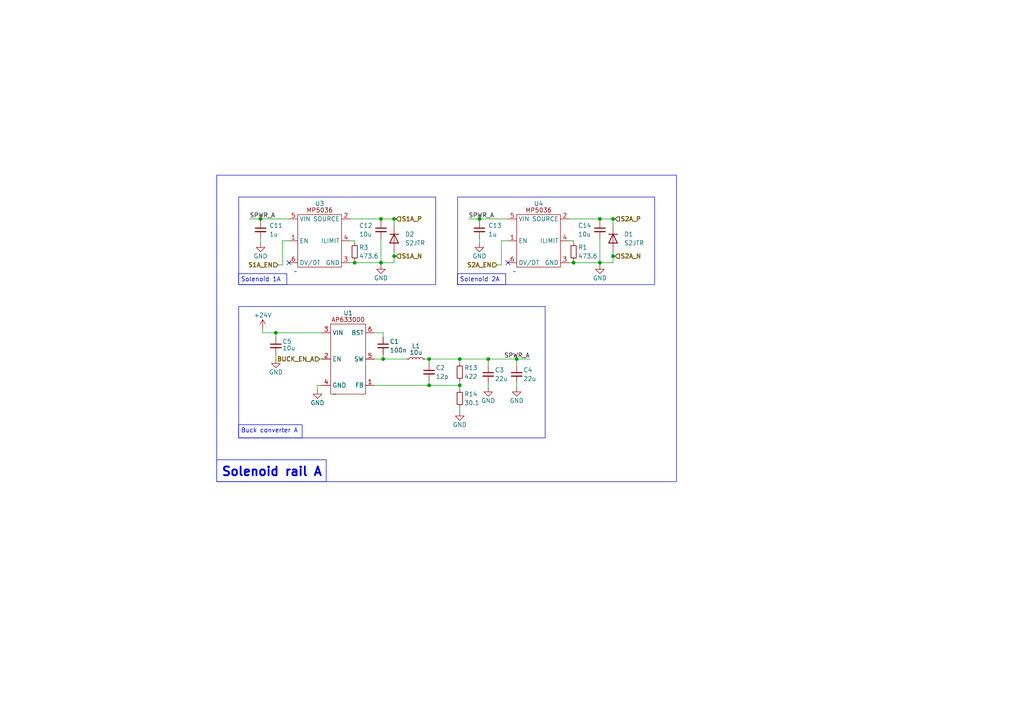
<source format=kicad_sch>
(kicad_sch (version 20230121) (generator eeschema)
  (paper "A4")
  (lib_symbols
    (symbol "Device:C_Small" (pin_numbers hide) (pin_names (offset 0.254) hide)
      (property "Reference" "C" (at 0.254 1.778 0))
      (property "Value" "C_Small" (at 0.254 -2.032 0))
      (symbol "C_Small_0_1"
        (polyline (pts (xy -1.524 -0.508) (xy 1.524 -0.508)) (stroke (width 0.3302)))
        (polyline (pts (xy -1.524 0.508) (xy 1.524 0.508)) (stroke (width 0.3048)))
      )
      (symbol "C_Small_1_1"
        (pin passive line (at 0 2.54 270) (length 2.032) (name "~") (number "1"))
        (pin passive line (at 0 -2.54 90) (length 2.032) (name "~") (number "2"))
      )
    )
    (symbol "Device:L_Small" (pin_numbers hide) (pin_names (offset 0.254) hide)
      (property "Reference" "L" (at 0.762 1.016 0))
      (property "Value" "L_Small" (at 0.762 -1.016 0))
      (symbol "L_Small_0_1"
        (arc (start 0 -2.032) (mid 0.5058 -1.524) (end 0 -1.016))
        (arc (start 0 -1.016) (mid 0.5058 -0.508) (end 0 0))
        (arc (start 0 0) (mid 0.5058 0.508) (end 0 1.016))
        (arc (start 0 1.016) (mid 0.5058 1.524) (end 0 2.032))
      )
      (symbol "L_Small_1_1"
        (pin passive line (at 0 2.54 270) (length 0.508) (name "~") (number "1"))
        (pin passive line (at 0 -2.54 90) (length 0.508) (name "~") (number "2"))
      )
    )
    (symbol "Device:R_Small" (pin_numbers hide) (pin_names (offset 0.254) hide)
      (property "Reference" "R" (at 0.762 0.508 0))
      (property "Value" "R_Small" (at 0.762 -1.016 0))
      (symbol "R_Small_0_1"
        (rectangle (start -0.762 1.778) (end 0.762 -1.778) (stroke (width 0.2032)))
      )
      (symbol "R_Small_1_1"
        (pin passive line (at 0 2.54 270) (length 0.762) (name "~") (number "1"))
        (pin passive line (at 0 -2.54 90) (length 0.762) (name "~") (number "2"))
      )
    )
    (symbol "Diode:S2JTR" (pin_numbers hide) (pin_names hide)
      (property "Reference" "D" (at 0 2.54 0))
      (property "Value" "S2JTR" (at 0 -2.54 0))
      (symbol "S2JTR_0_1"
        (polyline (pts (xy -1.27 1.27) (xy -1.27 -1.27)) (stroke (width 0.254)))
        (polyline (pts (xy 1.27 0) (xy -1.27 0)))
        (polyline (pts (xy 1.27 1.27) (xy 1.27 -1.27) (xy -1.27 0) (xy 1.27 1.27)) (stroke (width 0.254)))
      )
      (symbol "S2JTR_1_1"
        (pin passive line (at -3.81 0 0) (length 2.54) (name "K") (number "1"))
        (pin passive line (at 3.81 0 180) (length 2.54) (name "A") (number "2"))
      )
    )
    (symbol "GND_1" (power) (pin_names (offset 0))
      (property "Value" "GND_1" (at 0 -3.81 0))
      (symbol "GND_1_0_1"
        (polyline (pts (xy 0 0) (xy 0 -1.27) (xy 1.27 -1.27) (xy 0 -2.54) (xy -1.27 -1.27) (xy 0 -1.27)))
      )
      (symbol "GND_1_1_1"
        (pin power_in line (at 0 0 270) (length 0) hide (name "GND") (number "1"))
      )
    )
    (symbol "GND_2" (power) (pin_names (offset 0))
      (property "Value" "GND_2" (at 0 -3.81 0))
      (symbol "GND_2_0_1"
        (polyline (pts (xy 0 0) (xy 0 -1.27) (xy 1.27 -1.27) (xy 0 -2.54) (xy -1.27 -1.27) (xy 0 -1.27)))
      )
      (symbol "GND_2_1_1"
        (pin power_in line (at 0 0 270) (length 0) hide (name "GND") (number "1"))
      )
    )
    (symbol "GND_3" (power) (pin_names (offset 0))
      (property "Value" "GND_3" (at 0 -3.81 0))
      (symbol "GND_3_0_1"
        (polyline (pts (xy 0 0) (xy 0 -1.27) (xy 1.27 -1.27) (xy 0 -2.54) (xy -1.27 -1.27) (xy 0 -1.27)))
      )
      (symbol "GND_3_1_1"
        (pin power_in line (at 0 0 270) (length 0) hide (name "GND") (number "1"))
      )
    )
    (symbol "ap63300:AP633000"
      (property "Reference" "U" (at 0 13.97 0))
      (symbol "AP633000_0_1"
        (rectangle (start -5.08 10.16) (end 5.08 -10.16))
      )
      (symbol "AP633000_1_1"
        (text "AP633000" (at 0 11.43 0) (effects (font (size 1.27 1.27))))
        (pin input line (at 7.62 -7.62 180) (length 2.54) (name "FB") (number "1"))
        (pin input line (at -7.62 0 0) (length 2.54) (name "EN") (number "2"))
        (pin input line (at -7.62 7.62 0) (length 2.54) (name "VIN") (number "3"))
        (pin input line (at -7.62 -7.62 0) (length 2.54) (name "GND") (number "4"))
        (pin input line (at 7.62 0 180) (length 2.54) (name "SW") (number "5"))
        (pin input line (at 7.62 7.62 180) (length 2.54) (name "BST") (number "6"))
      )
    )
    (symbol "mp5036:MP5036"
      (property "Reference" "U" (at 0 11.43 0))
      (symbol "MP5036_0_1"
        (rectangle (start -6.35 7.62) (end 6.35 -7.62))
      )
      (symbol "MP5036_1_1"
        (text "MP5036" (at 0 8.89 0) (effects (font (size 1.27 1.27))))
        (pin input line (at -8.89 0 0) (length 2.54) (name "EN") (number "1"))
        (pin input line (at 8.89 6.35 180) (length 2.54) (name "SOURCE") (number "2"))
        (pin input line (at 8.89 -6.35 180) (length 2.54) (name "GND") (number "3"))
        (pin input line (at 8.89 0 180) (length 2.54) (name "ILIMIT") (number "4"))
        (pin input line (at -8.89 6.35 0) (length 2.54) (name "VIN") (number "5"))
        (pin input line (at -8.89 -6.35 0) (length 2.54) (name "DV/DT") (number "6"))
      )
    )
    (symbol "power:+24V" (power) (pin_names (offset 0))
      (property "Value" "+24V" (at 0 3.556 0))
      (symbol "+24V_0_1"
        (polyline (pts (xy -0.762 1.27) (xy 0 2.54)))
        (polyline (pts (xy 0 0) (xy 0 2.54)))
        (polyline (pts (xy 0 2.54) (xy 0.762 1.27)))
      )
      (symbol "+24V_1_1"
        (pin power_in line (at 0 0 90) (length 0) hide (name "+24V") (number "1"))
      )
    )
  )
  (junction (at 173.99 76.2))
  (junction (at 110.49 63.5))
  (junction (at 102.87 76.2))
  (junction (at 75.565 63.5))
  (junction (at 149.86 104.14))
  (junction (at 177.8 63.5))
  (junction (at 110.49 76.2))
  (junction (at 114.3 63.5))
  (junction (at 133.35 111.76))
  (junction (at 141.605 104.14))
  (junction (at 166.37 76.2))
  (junction (at 177.8 74.295))
  (junction (at 80.01 96.52))
  (junction (at 114.3 74.295))
  (junction (at 111.125 104.14))
  (junction (at 139.065 63.5))
  (junction (at 124.46 111.76))
  (junction (at 133.35 104.14))
  (junction (at 124.46 104.14))
  (junction (at 173.99 63.5))
  (no_connect (at 147.32 76.2))
  (no_connect (at 83.82 76.2))
  (wire (pts (xy 177.8 74.295) (xy 178.435 74.295)))
  (wire (pts (xy 149.86 104.14) (xy 153.67 104.14)))
  (wire (pts (xy 124.46 111.76) (xy 133.35 111.76)))
  (wire (pts (xy 166.37 69.85) (xy 166.37 70.485)))
  (wire (pts (xy 110.49 76.2) (xy 114.3 76.2)))
  (wire (pts (xy 81.915 69.85) (xy 81.915 76.835)))
  (wire (pts (xy 124.46 104.14) (xy 123.19 104.14)))
  (wire (pts (xy 141.605 104.14) (xy 149.86 104.14)))
  (wire (pts (xy 173.99 76.2) (xy 173.99 76.835)))
  (wire (pts (xy 92.075 113.03) (xy 92.075 111.76)))
  (wire (pts (xy 173.99 63.5) (xy 177.8 63.5)))
  (wire (pts (xy 133.35 104.14) (xy 141.605 104.14)))
  (wire (pts (xy 75.565 63.5) (xy 83.82 63.5)))
  (wire (pts (xy 108.585 104.14) (xy 111.125 104.14)))
  (wire (pts (xy 102.87 69.85) (xy 102.87 70.485)))
  (wire (pts (xy 102.87 75.565) (xy 102.87 76.2)))
  (wire (pts (xy 177.8 76.2) (xy 177.8 74.295)))
  (wire (pts (xy 102.87 76.2) (xy 110.49 76.2)))
  (wire (pts (xy 81.915 69.85) (xy 83.82 69.85)))
  (wire (pts (xy 133.35 118.11) (xy 133.35 119.38)))
  (wire (pts (xy 139.065 69.215) (xy 139.065 70.485)))
  (wire (pts (xy 133.35 111.76) (xy 133.35 113.03)))
  (wire (pts (xy 177.8 73.025) (xy 177.8 74.295)))
  (wire (pts (xy 110.49 63.5) (xy 110.49 64.135)))
  (wire (pts (xy 114.3 65.405) (xy 114.3 63.5)))
  (wire (pts (xy 141.605 111.125) (xy 141.605 112.395)))
  (wire (pts (xy 177.8 63.5) (xy 178.435 63.5)))
  (wire (pts (xy 166.37 76.2) (xy 173.99 76.2)))
  (wire (pts (xy 111.125 104.14) (xy 118.11 104.14)))
  (wire (pts (xy 165.1 69.85) (xy 166.37 69.85)))
  (wire (pts (xy 139.065 63.5) (xy 147.32 63.5)))
  (wire (pts (xy 124.46 110.49) (xy 124.46 111.76)))
  (wire (pts (xy 114.3 63.5) (xy 114.935 63.5)))
  (wire (pts (xy 149.86 111.125) (xy 149.86 112.395)))
  (wire (pts (xy 114.3 73.025) (xy 114.3 74.295)))
  (wire (pts (xy 75.565 63.5) (xy 75.565 64.135)))
  (wire (pts (xy 177.8 65.405) (xy 177.8 63.5)))
  (wire (pts (xy 124.46 105.41) (xy 124.46 104.14)))
  (wire (pts (xy 80.645 76.835) (xy 81.915 76.835)))
  (wire (pts (xy 139.065 63.5) (xy 139.065 64.135)))
  (wire (pts (xy 76.2 96.52) (xy 80.01 96.52)))
  (wire (pts (xy 133.35 111.76) (xy 133.35 110.49)))
  (wire (pts (xy 165.1 76.2) (xy 166.37 76.2)))
  (wire (pts (xy 141.605 104.14) (xy 141.605 106.045)))
  (wire (pts (xy 149.86 104.14) (xy 149.86 106.045)))
  (wire (pts (xy 80.01 102.87) (xy 80.01 104.14)))
  (wire (pts (xy 166.37 75.565) (xy 166.37 76.2)))
  (wire (pts (xy 110.49 76.2) (xy 110.49 76.835)))
  (wire (pts (xy 108.585 111.76) (xy 124.46 111.76)))
  (wire (pts (xy 110.49 69.215) (xy 110.49 76.2)))
  (wire (pts (xy 80.01 97.79) (xy 80.01 96.52)))
  (wire (pts (xy 110.49 63.5) (xy 114.3 63.5)))
  (wire (pts (xy 101.6 69.85) (xy 102.87 69.85)))
  (wire (pts (xy 165.1 63.5) (xy 173.99 63.5)))
  (wire (pts (xy 145.415 69.85) (xy 145.415 76.835)))
  (wire (pts (xy 111.125 104.14) (xy 111.125 102.87)))
  (wire (pts (xy 111.125 96.52) (xy 111.125 97.79)))
  (wire (pts (xy 114.3 76.2) (xy 114.3 74.295)))
  (wire (pts (xy 101.6 63.5) (xy 110.49 63.5)))
  (wire (pts (xy 124.46 104.14) (xy 133.35 104.14)))
  (wire (pts (xy 75.565 69.215) (xy 75.565 70.485)))
  (wire (pts (xy 72.39 63.5) (xy 75.565 63.5)))
  (wire (pts (xy 101.6 76.2) (xy 102.87 76.2)))
  (wire (pts (xy 80.01 96.52) (xy 93.345 96.52)))
  (wire (pts (xy 173.99 69.215) (xy 173.99 76.2)))
  (wire (pts (xy 145.415 69.85) (xy 147.32 69.85)))
  (wire (pts (xy 92.71 104.14) (xy 93.345 104.14)))
  (wire (pts (xy 173.99 76.2) (xy 177.8 76.2)))
  (wire (pts (xy 76.2 95.25) (xy 76.2 96.52)))
  (wire (pts (xy 144.145 76.835) (xy 145.415 76.835)))
  (wire (pts (xy 108.585 96.52) (xy 111.125 96.52)))
  (wire (pts (xy 92.075 111.76) (xy 93.345 111.76)))
  (wire (pts (xy 133.35 104.14) (xy 133.35 105.41)))
  (wire (pts (xy 114.3 74.295) (xy 114.935 74.295)))
  (wire (pts (xy 135.89 63.5) (xy 139.065 63.5)))
  (wire (pts (xy 173.99 63.5) (xy 173.99 64.135)))
  (rectangle (start 69.215 88.9) (end 158.115 127))
  (rectangle (start 62.865 50.8) (end 196.215 139.7))
  (rectangle (start 69.215 123.19) (end 87.63 127))
  (rectangle (start 62.865 133.35) (end 94.615 139.7))
  (rectangle (start 132.715 79.375) (end 146.685 82.55))
  (rectangle (start 69.215 57.15) (end 126.365 82.55))
  (rectangle (start 132.715 57.15) (end 189.865 82.55))
  (rectangle (start 69.215 79.375) (end 83.185 82.55))
  (text "Solenoid 1A" (at 69.85 81.915 0) (effects (font (size 1.27 1.27)) (justify left bottom)))
  (text "Buck converter A" (at 69.85 125.73 0) (effects (font (size 1.27 1.27)) (justify left bottom)))
  (text "Solenoid rail A" (at 64.135 138.43 0) (effects (font (size 2.54 2.54) (thickness 0.508) bold) (justify left bottom)))
  (text "Solenoid 2A" (at 133.35 81.915 0) (effects (font (size 1.27 1.27)) (justify left bottom)))
  (label "SPWR_A" (at 72.39 63.5 0))
  (label "SPWR_A" (at 135.89 63.5 0))
  (label "SPWR_A" (at 153.67 104.14 180))
  (hierarchical_label "S2A_EN" (shape input) (at 144.145 76.835 180) (effects (font bold)))
  (hierarchical_label "S1A_EN" (shape input) (at 80.645 76.835 180) (effects (font bold)))
  (hierarchical_label "S2A_P" (shape input) (at 178.435 63.5 0) (effects (font bold)))
  (hierarchical_label "S1A_N" (shape input) (at 114.935 74.295 0) (effects (font bold)))
  (hierarchical_label "BUCK_EN_A" (shape input) (at 92.71 104.14 180) (effects (font bold)))
  (hierarchical_label "S1A_P" (shape input) (at 114.935 63.5 0) (effects (font bold)))
  (hierarchical_label "S2A_N" (shape input) (at 178.435 74.295 0) (effects (font bold)))
  (symbol (lib_id "Device:C_Small") (at 111.125 100.33 0) (unit 1)
    (property "Reference" "C1" (at 113.03 99.06 0) (effects (justify left)))
    (property "Value" "100n" (at 113.03 101.6 0) (effects (justify left)))
    (property "Footprint" "Capacitor_SMD:C_0805_2012Metric" (effects hide))
    (instances (project "UMRT_FC_R1" (path "" (reference "C1") (unit 1)) (path "" (reference "C4") (unit 1))))
  )
  (symbol (lib_name "GND_3") (lib_id "power:GND") (at 139.065 70.485 0) (unit 1)
    (property "Reference" "#PWR05" (effects hide))
    (property "Value" "GND" (at 139.065 74.295 0))
    (instances (project "UMRT_FC_R1" (path "" (reference "#PWR05") (unit 1)) (path "" (reference "#PWR011") (unit 1))))
  )
  (symbol (lib_id "Device:C_Small") (at 110.49 66.675 0) (unit 1)
    (property "Reference" "C12" (at 104.14 65.405 0) (effects (justify left)))
    (property "Value" "10u" (at 104.14 67.945 0) (effects (justify left)))
    (property "Footprint" "Capacitor_SMD:C_0603_1608Metric" (effects hide))
    (instances (project "UMRT_FC_R1" (path "" (reference "C12") (unit 1)) (path "" (reference "C3") (unit 1))))
  )
  (symbol (lib_id "Device:C_Small") (at 149.86 108.585 0) (unit 1)
    (property "Reference" "C4" (at 151.765 107.315 0) (effects (justify left)))
    (property "Value" "22u" (at 151.765 109.855 0) (effects (justify left)))
    (property "Footprint" "Capacitor_SMD:C_0805_2012Metric" (effects hide))
    (instances (project "UMRT_FC_R1" (path "" (reference "C4") (unit 1)) (path "" (reference "C8") (unit 1))))
  )
  (symbol (lib_id "Device:C_Small") (at 139.065 66.675 0) (unit 1)
    (property "Reference" "C13" (at 141.605 65.4113 0) (effects (justify left)))
    (property "Value" "1u" (at 141.605 67.9513 0) (effects (justify left)))
    (property "Footprint" "Capacitor_SMD:C_0603_1608Metric" (effects hide))
    (instances (project "UMRT_FC_R1" (path "" (reference "C13") (unit 1)) (path "" (reference "C6") (unit 1))))
  )
  (symbol (lib_id "Device:C_Small") (at 75.565 66.675 0) (unit 1)
    (property "Reference" "C11" (at 78.105 65.4113 0) (effects (justify left)))
    (property "Value" "1u" (at 78.105 67.9513 0) (effects (justify left)))
    (property "Footprint" "Capacitor_SMD:C_0603_1608Metric" (effects hide))
    (instances (project "UMRT_FC_R1" (path "" (reference "C11") (unit 1)) (path "" (reference "C1") (unit 1))))
  )
  (symbol (lib_id "power:+24V") (at 76.2 95.25 0) (unit 1)
    (property "Reference" "#PWR06" (effects hide))
    (property "Value" "+24V" (at 76.2 91.44 0))
  )
  (symbol (lib_id "Device:R_Small") (at 102.87 73.025 0) (unit 1)
    (property "Reference" "R3" (at 104.14 71.755 0) (effects (justify left)))
    (property "Value" "473.6" (at 104.14 74.295 0) (effects (justify left)))
    (property "Footprint" "Resistor_SMD:R_0603_1608Metric" (effects hide))
    (instances (project "UMRT_FC_R1" (path "" (reference "R3") (unit 1)) (path "" (reference "R7") (unit 1))))
  )
  (symbol (lib_id "Device:L_Small") (at 120.65 104.14 90) (unit 1)
    (property "Reference" "L1" (at 120.65 100.33 90))
    (property "Value" "10u" (at 120.65 102.235 90))
    (property "Footprint" "Inductor_SMD:L_Abracon_ASPI-0630LR" (effects hide))
  )
  (symbol (lib_id "Device:C_Small") (at 173.99 66.675 0) (unit 1)
    (property "Reference" "C14" (at 167.64 65.405 0) (effects (justify left)))
    (property "Value" "10u" (at 167.64 67.945 0) (effects (justify left)))
    (property "Footprint" "Capacitor_SMD:C_0603_1608Metric" (effects hide))
    (instances (project "UMRT_FC_R1" (path "" (reference "C14") (unit 1)) (path "" (reference "C9") (unit 1))))
  )
  (symbol (lib_name "GND_1") (lib_id "power:GND") (at 149.86 112.395 0) (unit 1)
    (property "Reference" "#PWR012" (effects hide))
    (property "Value" "GND" (at 149.86 116.205 0))
    (instances (project "UMRT_FC_R1" (path "" (reference "#PWR012") (unit 1)) (path "" (reference "#PWR013") (unit 1))))
  )
  (symbol (lib_id "mp5036:MP5036") (at 156.21 69.85 0) (unit 1)
    (property "Reference" "U4" (at 156.21 59.055 0))
    (property "Value" "~" (at 149.225 78.74 0))
    (property "Footprint" "Package_TO_SOT_SMD:SOT-23-6" (effects hide))
  )
  (symbol (lib_name "GND_1") (lib_id "power:GND") (at 141.605 112.395 0) (unit 1)
    (property "Reference" "#PWR011" (effects hide))
    (property "Value" "GND" (at 141.605 116.205 0))
    (instances (project "UMRT_FC_R1" (path "" (reference "#PWR011") (unit 1)) (path "" (reference "#PWR012") (unit 1))))
  )
  (symbol (lib_id "Device:R_Small") (at 133.35 107.95 0) (unit 1)
    (property "Reference" "R13" (at 134.62 106.68 0) (effects (justify left)))
    (property "Value" "422" (at 134.62 109.22 0) (effects (justify left)))
    (property "Footprint" "Resistor_SMD:R_0603_1608Metric" (effects hide))
    (instances (project "UMRT_FC_R1" (path "" (reference "R13") (unit 1)) (path "" (reference "R8") (unit 1))))
  )
  (symbol (lib_id "Diode:S2JTR") (at 177.8 69.215 270) (unit 1)
    (property "Reference" "D1" (at 180.975 67.945 90) (effects (justify left)))
    (property "Value" "S2JTR" (at 180.975 70.485 90) (effects (justify left)))
    (property "Footprint" "Diode_SMD:D_SMB" (effects hide))
    (property "Datasheet" "http://www.smc-diodes.com/propdf/S2A-S2M%20N0562%20REV.A.pdf" (effects hide))
    (property "Sim.Device" "D" (effects hide))
    (property "Sim.Pins" "1=K 2=A" (effects hide))
    (instances (project "UMRT_FC_R1" (path "" (reference "D1") (unit 1)) (path "" (reference "D2") (unit 1))))
  )
  (symbol (lib_id "mp5036:MP5036") (at 92.71 69.85 0) (unit 1)
    (property "Reference" "U3" (at 92.71 59.055 0))
    (property "Value" "~" (at 85.725 78.74 0))
    (property "Footprint" "Package_TO_SOT_SMD:SOT-23-6" (effects hide))
    (instances (project "UMRT_FC_R1" (path "" (reference "U3") (unit 1)) (path "" (reference "U2") (unit 1))))
  )
  (symbol (lib_name "GND_3") (lib_id "power:GND") (at 110.49 76.835 0) (unit 1)
    (property "Reference" "#PWR01" (effects hide))
    (property "Value" "GND" (at 110.49 80.645 0))
    (instances (project "UMRT_FC_R1" (path "" (reference "#PWR01") (unit 1)) (path "" (reference "#PWR09") (unit 1))))
  )
  (symbol (lib_id "Device:R_Small") (at 166.37 73.025 0) (unit 1)
    (property "Reference" "R1" (at 167.64 71.755 0) (effects (justify left)))
    (property "Value" "473.6" (at 167.64 74.295 0) (effects (justify left)))
    (property "Footprint" "Resistor_SMD:R_0603_1608Metric" (effects hide))
    (instances (project "UMRT_FC_R1" (path "" (reference "R1") (unit 1)) (path "" (reference "R10") (unit 1))))
  )
  (symbol (lib_name "GND_2") (lib_id "power:GND") (at 80.01 104.14 0) (unit 1)
    (property "Reference" "#PWR013" (effects hide))
    (property "Value" "GND" (at 80.01 107.95 0))
    (instances (project "UMRT_FC_R1" (path "" (reference "#PWR013") (unit 1)) (path "" (reference "#PWR07") (unit 1))))
  )
  (symbol (lib_name "GND_1") (lib_id "power:GND") (at 133.35 119.38 0) (unit 1)
    (property "Reference" "#PWR09" (effects hide))
    (property "Value" "GND" (at 133.35 123.19 0))
    (instances (project "UMRT_FC_R1" (path "" (reference "#PWR09") (unit 1)) (path "" (reference "#PWR010") (unit 1))))
  )
  (symbol (lib_name "GND_3") (lib_id "power:GND") (at 75.565 70.485 0) (unit 1)
    (property "Reference" "#PWR03" (effects hide))
    (property "Value" "GND" (at 75.565 74.295 0))
    (instances (project "UMRT_FC_R1" (path "" (reference "#PWR03") (unit 1)) (path "" (reference "#PWR05") (unit 1))))
  )
  (symbol (lib_name "GND_2") (lib_id "power:GND") (at 92.075 113.03 0) (unit 1)
    (property "Reference" "#PWR010" (effects hide))
    (property "Value" "GND" (at 92.075 116.84 0))
    (instances (project "UMRT_FC_R1" (path "" (reference "#PWR010") (unit 1)) (path "" (reference "#PWR08") (unit 1))))
  )
  (symbol (lib_id "Diode:S2JTR") (at 114.3 69.215 270) (unit 1)
    (property "Reference" "D2" (at 117.475 67.945 90) (effects (justify left)))
    (property "Value" "S2JTR" (at 117.475 70.485 90) (effects (justify left)))
    (property "Footprint" "Diode_SMD:D_SMB" (effects hide))
    (property "Datasheet" "http://www.smc-diodes.com/propdf/S2A-S2M%20N0562%20REV.A.pdf" (effects hide))
    (property "Sim.Device" "D" (effects hide))
    (property "Sim.Pins" "1=K 2=A" (effects hide))
    (instances (project "UMRT_FC_R1" (path "" (reference "D2") (unit 1)) (path "" (reference "D1") (unit 1))))
  )
  (symbol (lib_id "Device:C_Small") (at 124.46 107.95 0) (unit 1)
    (property "Reference" "C2" (at 126.365 106.68 0) (effects (justify left)))
    (property "Value" "12p" (at 126.365 109.22 0) (effects (justify left)))
    (property "Footprint" "Capacitor_SMD:C_0805_2012Metric" (effects hide))
    (instances (project "UMRT_FC_R1" (path "" (reference "C2") (unit 1)) (path "" (reference "C5") (unit 1))))
  )
  (symbol (lib_id "Device:R_Small") (at 133.35 115.57 0) (unit 1)
    (property "Reference" "R14" (at 134.62 114.3 0) (effects (justify left)))
    (property "Value" "30.1" (at 134.62 116.84 0) (effects (justify left)))
    (property "Footprint" "Resistor_SMD:R_0603_1608Metric" (effects hide))
    (instances (project "UMRT_FC_R1" (path "" (reference "R14") (unit 1)) (path "" (reference "R9") (unit 1))))
  )
  (symbol (lib_id "Device:C_Small") (at 80.01 100.33 0) (unit 1)
    (property "Reference" "C5" (at 81.915 99.06 0) (effects (justify left)))
    (property "Value" "10u" (at 81.915 100.965 0) (effects (justify left)))
    (property "Footprint" "Capacitor_SMD:C_0805_2012Metric" (effects hide))
    (instances (project "UMRT_FC_R1" (path "" (reference "C5") (unit 1)) (path "" (reference "C2") (unit 1))))
  )
  (symbol (lib_name "GND_3") (lib_id "power:GND") (at 173.99 76.835 0) (unit 1)
    (property "Reference" "#PWR07" (effects hide))
    (property "Value" "GND" (at 173.99 80.645 0))
    (instances (project "UMRT_FC_R1" (path "" (reference "#PWR07") (unit 1)) (path "" (reference "#PWR014") (unit 1))))
  )
  (symbol (lib_id "ap63300:AP633000") (at 100.965 104.14 0) (unit 1)
    (property "Reference" "U1" (at 100.965 90.805 0))
    (property "Value" "~" (at 97.155 114.3 0))
    (property "Footprint" "Package_TO_SOT_SMD:SOT-23-6" (effects hide))
    (instances (project "UMRT_FC_R1" (path "" (reference "U1") (unit 1)) (path "" (reference "U3") (unit 1))))
  )
  (symbol (lib_id "Device:C_Small") (at 141.605 108.585 0) (unit 1)
    (property "Reference" "C3" (at 143.51 107.315 0) (effects (justify left)))
    (property "Value" "22u" (at 143.51 109.855 0) (effects (justify left)))
    (property "Footprint" "Capacitor_SMD:C_0805_2012Metric" (effects hide))
    (instances (project "UMRT_FC_R1" (path "" (reference "C3") (unit 1)) (path "" (reference "C7") (unit 1))))
  )
)
</source>
